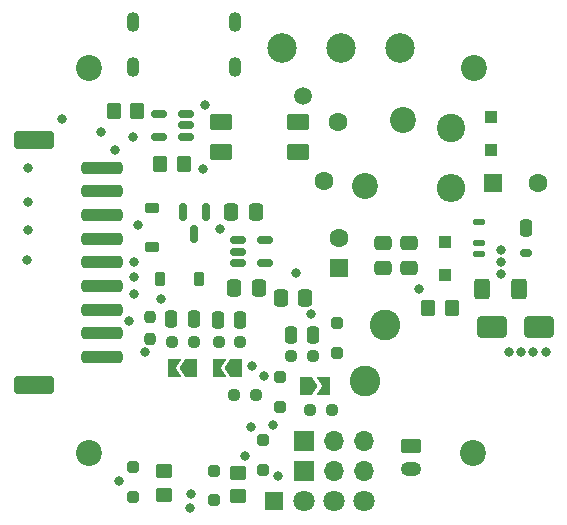
<source format=gbr>
%TF.GenerationSoftware,KiCad,Pcbnew,8.0.8*%
%TF.CreationDate,2025-02-25T00:33:20+03:00*%
%TF.ProjectId,SMHome_UniversalRound_ESP32_C3_Mini_v3,534d486f-6d65-45f5-956e-697665727361,12*%
%TF.SameCoordinates,Original*%
%TF.FileFunction,Soldermask,Bot*%
%TF.FilePolarity,Negative*%
%FSLAX46Y46*%
G04 Gerber Fmt 4.6, Leading zero omitted, Abs format (unit mm)*
G04 Created by KiCad (PCBNEW 8.0.8) date 2025-02-25 00:33:20*
%MOMM*%
%LPD*%
G01*
G04 APERTURE LIST*
G04 Aperture macros list*
%AMRoundRect*
0 Rectangle with rounded corners*
0 $1 Rounding radius*
0 $2 $3 $4 $5 $6 $7 $8 $9 X,Y pos of 4 corners*
0 Add a 4 corners polygon primitive as box body*
4,1,4,$2,$3,$4,$5,$6,$7,$8,$9,$2,$3,0*
0 Add four circle primitives for the rounded corners*
1,1,$1+$1,$2,$3*
1,1,$1+$1,$4,$5*
1,1,$1+$1,$6,$7*
1,1,$1+$1,$8,$9*
0 Add four rect primitives between the rounded corners*
20,1,$1+$1,$2,$3,$4,$5,0*
20,1,$1+$1,$4,$5,$6,$7,0*
20,1,$1+$1,$6,$7,$8,$9,0*
20,1,$1+$1,$8,$9,$2,$3,0*%
%AMFreePoly0*
4,1,6,1.000000,0.000000,0.500000,-0.750000,-0.500000,-0.750000,-0.500000,0.750000,0.500000,0.750000,1.000000,0.000000,1.000000,0.000000,$1*%
%AMFreePoly1*
4,1,6,0.500000,-0.750000,-0.650000,-0.750000,-0.150000,0.000000,-0.650000,0.750000,0.500000,0.750000,0.500000,-0.750000,0.500000,-0.750000,$1*%
G04 Aperture macros list end*
%ADD10R,1.700000X1.700000*%
%ADD11O,1.700000X1.700000*%
%ADD12C,2.400000*%
%ADD13O,2.400000X2.400000*%
%ADD14O,1.100000X1.700000*%
%ADD15C,2.200000*%
%ADD16R,1.600000X1.600000*%
%ADD17C,1.600000*%
%ADD18C,2.600000*%
%ADD19C,2.500000*%
%ADD20R,1.650000X1.650000*%
%ADD21C,1.800000*%
%ADD22RoundRect,0.250000X0.250000X-0.250000X0.250000X0.250000X-0.250000X0.250000X-0.250000X-0.250000X0*%
%ADD23RoundRect,0.225000X0.375000X-0.225000X0.375000X0.225000X-0.375000X0.225000X-0.375000X-0.225000X0*%
%ADD24RoundRect,0.250000X-0.450000X0.350000X-0.450000X-0.350000X0.450000X-0.350000X0.450000X0.350000X0*%
%ADD25RoundRect,0.250000X-0.350000X-0.450000X0.350000X-0.450000X0.350000X0.450000X-0.350000X0.450000X0*%
%ADD26RoundRect,0.250000X-1.000000X-0.650000X1.000000X-0.650000X1.000000X0.650000X-1.000000X0.650000X0*%
%ADD27FreePoly0,180.000000*%
%ADD28FreePoly1,180.000000*%
%ADD29RoundRect,0.125000X-0.375000X-0.125000X0.375000X-0.125000X0.375000X0.125000X-0.375000X0.125000X0*%
%ADD30RoundRect,0.250000X-0.250000X0.475000X-0.250000X-0.475000X0.250000X-0.475000X0.250000X0.475000X0*%
%ADD31RoundRect,0.175000X-0.325000X-0.175000X0.325000X-0.175000X0.325000X0.175000X-0.325000X0.175000X0*%
%ADD32RoundRect,0.250000X0.250000X0.475000X-0.250000X0.475000X-0.250000X-0.475000X0.250000X-0.475000X0*%
%ADD33RoundRect,0.250000X1.500000X-0.250000X1.500000X0.250000X-1.500000X0.250000X-1.500000X-0.250000X0*%
%ADD34RoundRect,0.250001X1.449999X-0.499999X1.449999X0.499999X-1.449999X0.499999X-1.449999X-0.499999X0*%
%ADD35RoundRect,0.101600X0.850000X-0.550000X0.850000X0.550000X-0.850000X0.550000X-0.850000X-0.550000X0*%
%ADD36RoundRect,0.101600X-0.850000X0.550000X-0.850000X-0.550000X0.850000X-0.550000X0.850000X0.550000X0*%
%ADD37FreePoly0,0.000000*%
%ADD38FreePoly1,0.000000*%
%ADD39RoundRect,0.250000X0.400000X0.625000X-0.400000X0.625000X-0.400000X-0.625000X0.400000X-0.625000X0*%
%ADD40RoundRect,0.250000X-0.337500X-0.475000X0.337500X-0.475000X0.337500X0.475000X-0.337500X0.475000X0*%
%ADD41RoundRect,0.250000X0.475000X-0.337500X0.475000X0.337500X-0.475000X0.337500X-0.475000X-0.337500X0*%
%ADD42RoundRect,0.237500X0.250000X0.237500X-0.250000X0.237500X-0.250000X-0.237500X0.250000X-0.237500X0*%
%ADD43RoundRect,0.250000X-0.625000X0.350000X-0.625000X-0.350000X0.625000X-0.350000X0.625000X0.350000X0*%
%ADD44O,1.750000X1.200000*%
%ADD45RoundRect,0.237500X-0.250000X-0.237500X0.250000X-0.237500X0.250000X0.237500X-0.250000X0.237500X0*%
%ADD46RoundRect,0.250000X-0.250000X0.250000X-0.250000X-0.250000X0.250000X-0.250000X0.250000X0.250000X0*%
%ADD47RoundRect,0.250000X-0.475000X0.337500X-0.475000X-0.337500X0.475000X-0.337500X0.475000X0.337500X0*%
%ADD48RoundRect,0.150000X0.512500X0.150000X-0.512500X0.150000X-0.512500X-0.150000X0.512500X-0.150000X0*%
%ADD49RoundRect,0.237500X0.237500X-0.250000X0.237500X0.250000X-0.237500X0.250000X-0.237500X-0.250000X0*%
%ADD50RoundRect,0.250000X0.350000X0.450000X-0.350000X0.450000X-0.350000X-0.450000X0.350000X-0.450000X0*%
%ADD51RoundRect,0.250000X0.300000X-0.300000X0.300000X0.300000X-0.300000X0.300000X-0.300000X-0.300000X0*%
%ADD52RoundRect,0.250000X-0.300000X0.300000X-0.300000X-0.300000X0.300000X-0.300000X0.300000X0.300000X0*%
%ADD53RoundRect,0.250000X-0.250000X-0.475000X0.250000X-0.475000X0.250000X0.475000X-0.250000X0.475000X0*%
%ADD54RoundRect,0.225000X-0.225000X-0.375000X0.225000X-0.375000X0.225000X0.375000X-0.225000X0.375000X0*%
%ADD55RoundRect,0.150000X-0.512500X-0.150000X0.512500X-0.150000X0.512500X0.150000X-0.512500X0.150000X0*%
%ADD56RoundRect,0.150000X-0.150000X0.587500X-0.150000X-0.587500X0.150000X-0.587500X0.150000X0.587500X0*%
%ADD57C,0.800000*%
%ADD58C,1.500000*%
G04 APERTURE END LIST*
D10*
%TO.C,J1*%
X1903600Y-15316200D03*
D11*
X4443600Y-15316200D03*
X6983599Y-15316200D03*
%TD*%
D12*
%TO.C,R5*%
X14376400Y11226800D03*
D13*
X14376400Y6146801D03*
%TD*%
D14*
%TO.C,J7*%
X-3909600Y16380200D03*
X-3909600Y20180200D03*
X-12549600Y16380200D03*
X-12549600Y20180200D03*
%TD*%
D15*
%TO.C,F1*%
X10261600Y11861800D03*
X7061200Y6324600D03*
%TD*%
%TO.C,TP4*%
X16306800Y16281400D03*
%TD*%
D16*
%TO.C,C5*%
X4876800Y-635000D03*
D17*
X4876800Y1865000D03*
%TD*%
D15*
%TO.C,TP2*%
X16256000Y-16281400D03*
%TD*%
D18*
%TO.C,L1*%
X8788400Y-5511800D03*
X7078299Y-10210263D03*
%TD*%
D16*
%TO.C,C2*%
X17881600Y6578600D03*
D17*
X21681600Y6578600D03*
%TD*%
D15*
%TO.C,TP5*%
X-16256000Y16281400D03*
%TD*%
D19*
%TO.C,J4*%
X10080000Y18008600D03*
X5080000Y18008600D03*
X80000Y18008600D03*
%TD*%
D10*
%TO.C,J5*%
X1903600Y-17856200D03*
D11*
X4443600Y-17856200D03*
X6983599Y-17856200D03*
%TD*%
D17*
%TO.C,VR1*%
X3581400Y6669400D03*
X4781400Y11669400D03*
%TD*%
D15*
%TO.C,TP3*%
X-16256000Y-16281400D03*
%TD*%
D20*
%TO.C,J2*%
X-636400Y-20396200D03*
D21*
X1903600Y-20396200D03*
X4443600Y-20396200D03*
X6983600Y-20396200D03*
%TD*%
D22*
%TO.C,D1*%
X4699000Y-7853999D03*
X4699000Y-5354001D03*
%TD*%
D23*
%TO.C,D2*%
X-10972800Y1093200D03*
X-10972800Y4393200D03*
%TD*%
D24*
%TO.C,R7*%
X-3657600Y-17973800D03*
X-3657600Y-19973800D03*
%TD*%
D25*
%TO.C,R4*%
X-14208000Y12598400D03*
X-12208000Y12598400D03*
%TD*%
D26*
%TO.C,D7*%
X17786599Y-5689600D03*
X21786601Y-5689600D03*
%TD*%
D27*
%TO.C,JP1*%
X-7631601Y-9118600D03*
D28*
X-9081599Y-9118600D03*
%TD*%
D29*
%TO.C,U2*%
X16745200Y546601D03*
X16745200Y1446600D03*
X16745200Y3246600D03*
D30*
X20745200Y2706600D03*
D31*
X20745200Y646600D03*
%TD*%
D32*
%TO.C,C12*%
X-3469601Y-5029200D03*
X-5369599Y-5029200D03*
%TD*%
D33*
%TO.C,J3*%
X-15234800Y-8177800D03*
X-15234800Y-6177800D03*
X-15234800Y-4177800D03*
X-15234800Y-2177800D03*
X-15234800Y-177800D03*
X-15234800Y1822200D03*
X-15234800Y3822200D03*
X-15234800Y5822200D03*
X-15234800Y7822200D03*
D34*
X-20984800Y-10527800D03*
X-20984800Y10172200D03*
%TD*%
D35*
%TO.C,DB1*%
X-5129600Y9169399D03*
X-5129600Y11709401D03*
D36*
X1370400Y11709401D03*
X1370400Y9169399D03*
%TD*%
D37*
%TO.C,JP3*%
X2119801Y-10642600D03*
D38*
X3569799Y-10642600D03*
%TD*%
D39*
%TO.C,R14*%
X20116800Y-2463800D03*
X17016798Y-2463800D03*
%TD*%
D40*
%TO.C,C6*%
X-3983900Y-2336800D03*
X-1908900Y-2336800D03*
%TD*%
%TO.C,C8*%
X-4237900Y4064000D03*
X-2162900Y4064000D03*
%TD*%
D41*
%TO.C,C9*%
X8585200Y-656500D03*
X8585200Y1418500D03*
%TD*%
D42*
%TO.C,R12*%
X-2186300Y-11430000D03*
X-4011300Y-11430000D03*
%TD*%
D40*
%TO.C,C4*%
X-46900Y-3200400D03*
X2028100Y-3200400D03*
%TD*%
D43*
%TO.C,J8*%
X10998200Y-15697200D03*
D44*
X10998200Y-17697201D03*
%TD*%
D22*
%TO.C,D11*%
X-1574800Y-17759999D03*
X-1574800Y-15260001D03*
%TD*%
D27*
%TO.C,JP2*%
X-3847001Y-9093200D03*
D28*
X-5296999Y-9093200D03*
%TD*%
D45*
%TO.C,R1*%
X840100Y-8128000D03*
X2665100Y-8128000D03*
%TD*%
D46*
%TO.C,D12*%
X-152400Y-9926001D03*
X-152400Y-12425999D03*
%TD*%
D47*
%TO.C,C3*%
X10820400Y1418500D03*
X10820400Y-656500D03*
%TD*%
D48*
%TO.C,U4*%
X-8082700Y12365899D03*
X-8082700Y11415900D03*
X-8082700Y10465901D03*
X-10357700Y10465901D03*
X-10357700Y12365899D03*
%TD*%
D46*
%TO.C,D5*%
X-12547600Y-17546001D03*
X-12547600Y-20045999D03*
%TD*%
D49*
%TO.C,R11*%
X-11125200Y-6652900D03*
X-11125200Y-4827900D03*
%TD*%
D50*
%TO.C,R3*%
X-8245600Y8178800D03*
X-10245600Y8178800D03*
%TD*%
D25*
%TO.C,R19*%
X12411200Y-4038600D03*
X14411200Y-4038600D03*
%TD*%
D51*
%TO.C,D6*%
X17729200Y9293401D03*
X17729200Y12093399D03*
%TD*%
D52*
%TO.C,D8*%
X13817600Y1577799D03*
X13817600Y-1222199D03*
%TD*%
D42*
%TO.C,R21*%
X-7420600Y-6959600D03*
X-9245600Y-6959600D03*
%TD*%
D24*
%TO.C,R6*%
X-9982200Y-17846800D03*
X-9982200Y-19846800D03*
%TD*%
D53*
%TO.C,C1*%
X802601Y-6324600D03*
X2702599Y-6324600D03*
%TD*%
D54*
%TO.C,D4*%
X-10286000Y-1574800D03*
X-6986000Y-1574800D03*
%TD*%
D55*
%TO.C,U3*%
X-3657600Y-223598D03*
X-3657600Y726401D03*
X-3657600Y1676400D03*
X-1382600Y1676400D03*
X-1382600Y-223598D03*
%TD*%
D56*
%TO.C,Q1*%
X-8316000Y4087100D03*
X-6416000Y4087100D03*
X-7366000Y2212099D03*
%TD*%
D22*
%TO.C,D9*%
X-5689600Y-20325399D03*
X-5689600Y-17825401D03*
%TD*%
D53*
%TO.C,C11*%
X-9333899Y-4978400D03*
X-7433901Y-4978400D03*
%TD*%
D42*
%TO.C,R20*%
X-3481700Y-6934200D03*
X-5306700Y-6934200D03*
%TD*%
%TO.C,R2*%
X4239900Y-12674600D03*
X2414900Y-12674600D03*
%TD*%
D57*
X-12166600Y2946400D03*
X19278600Y-7747000D03*
X18592800Y-127000D03*
X-6502400Y13106400D03*
X21310600Y-7747000D03*
X-13792200Y-18669000D03*
X18592800Y889000D03*
X18592800Y-1193800D03*
X22377400Y-7747000D03*
X20294600Y-7747000D03*
X-2590800Y-14122400D03*
X2510700Y-4521200D03*
X11633200Y-2438400D03*
X-12598400Y10464800D03*
X-6654800Y7721600D03*
X-685800Y-13944600D03*
X-11531600Y-7797800D03*
D58*
X1803400Y13944600D03*
D57*
X-1498600Y-9779000D03*
X-21488400Y4927600D03*
X-21488400Y7772400D03*
X-18567400Y11938000D03*
X-12496800Y-127000D03*
X-12446000Y-1422400D03*
X-12903200Y-5130800D03*
X-12496800Y-2895600D03*
X-2463800Y-8966200D03*
X-10210800Y-3302000D03*
X-254000Y-18262600D03*
X-7696200Y-19786600D03*
X-21437600Y2540000D03*
X-21539200Y0D03*
X-7747000Y-20955000D03*
X-14122400Y9321800D03*
X-3048000Y-16611600D03*
X1244600Y-1117600D03*
X-5181600Y2667000D03*
X-15290800Y10845800D03*
M02*

</source>
